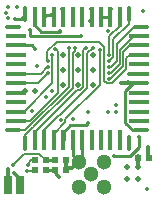
<source format=gbl>
%FSLAX25Y25*%
%MOIN*%
G70*
G01*
G75*
G04 Layer_Physical_Order=4*
G04 Layer_Color=16711680*
%ADD10R,0.02756X0.05118*%
%ADD11R,0.09370X0.06496*%
%ADD12R,0.00984X0.02756*%
%ADD13R,0.01929X0.01181*%
%ADD14R,0.02047X0.01181*%
%ADD15R,0.06299X0.03543*%
%ADD16R,0.01102X0.01969*%
%ADD17R,0.12205X0.12205*%
%ADD18R,0.00984X0.02362*%
%ADD19R,0.02362X0.00984*%
%ADD20R,0.01969X0.01969*%
%ADD21R,0.01969X0.01969*%
%ADD22R,0.10709X0.05079*%
%ADD23R,0.05787X0.04449*%
%ADD24R,0.03000X0.03000*%
%ADD25R,0.04449X0.05787*%
%ADD26R,0.03000X0.03000*%
%ADD27R,0.04331X0.03543*%
%ADD28C,0.00600*%
%ADD29C,0.01000*%
%ADD30C,0.01200*%
%ADD31C,0.00800*%
%ADD32C,0.00500*%
%ADD33C,0.02000*%
%ADD34C,0.05118*%
%ADD35C,0.01969*%
%ADD36C,0.01400*%
%ADD37O,0.01575X0.05299*%
%ADD38O,0.01575X0.06874*%
%ADD39O,0.05299X0.01575*%
%ADD40O,0.06874X0.01575*%
%ADD41O,0.10024X0.01575*%
%ADD42R,0.02953X0.05906*%
D21*
X45728Y13000D02*
D03*
X49272D02*
D03*
X11428Y12200D02*
D03*
X14972D02*
D03*
X18128D02*
D03*
X21672D02*
D03*
X21672Y9000D02*
D03*
X18128D02*
D03*
X14972D02*
D03*
X11428D02*
D03*
D28*
X43024Y50524D02*
X46063D01*
X44318Y53673D02*
X46063D01*
X44318Y56823D02*
X46850D01*
X30600Y49723D02*
Y49800D01*
X28837Y47960D02*
X30600Y49723D01*
X24700Y48745D02*
Y49700D01*
X23916Y47960D02*
X24700Y48745D01*
X4937Y37925D02*
X12225D01*
X15600Y41300D01*
X4937Y41075D02*
X13253D01*
X35900Y43300D02*
X36577D01*
X35900Y41300D02*
X36600D01*
X35900Y39300D02*
X36400D01*
X35900Y45200D02*
X36021D01*
X11327Y18937D02*
Y21627D01*
X23916Y36316D02*
Y47960D01*
X10669Y23174D02*
X10774D01*
X23916Y36316D01*
X8177Y20682D02*
X10669Y23174D01*
X8177Y18150D02*
Y20682D01*
X4150Y22177D02*
X8100D01*
X22700Y36777D01*
Y49700D01*
X18200Y49200D02*
X18900Y48500D01*
Y34600D02*
Y48500D01*
X9627Y25327D02*
X18900Y34600D01*
X4937Y25327D02*
X9627D01*
X17000Y47200D02*
X17100Y47100D01*
X13253Y41075D02*
X15479Y43300D01*
X15600D01*
X38600Y51105D02*
X44318Y56823D01*
X39700Y49055D02*
X44318Y53673D01*
X40800Y48300D02*
X43024Y50524D01*
X36000Y47300D02*
X36100D01*
X36021Y45200D02*
X37500Y46679D01*
X36577Y43300D02*
X38600Y45323D01*
Y51105D01*
X36600Y41300D02*
X39700Y44400D01*
Y49055D01*
X36400Y39300D02*
X40800Y43700D01*
Y48300D01*
X4937Y28476D02*
X7676D01*
X17100Y37900D01*
Y47100D01*
X27500Y48900D02*
X28300Y49700D01*
X19600Y27200D02*
X28837Y36437D01*
X25295Y35594D02*
X26439D01*
X27500Y36655D01*
Y48900D01*
X11327Y21627D02*
X25295Y35594D01*
X28837Y36437D02*
Y47960D01*
X14476Y22198D02*
X19479Y27200D01*
X19600D01*
X14476Y18937D02*
Y22198D01*
X36100Y47300D02*
Y53507D01*
X39673Y57080D01*
Y60063D01*
X37500Y46679D02*
Y52500D01*
X42823Y57823D01*
Y60850D01*
D29*
X11327Y57173D02*
Y60063D01*
Y57173D02*
X13400Y55100D01*
X19572D01*
X19700Y55228D01*
X27075Y12743D02*
Y18937D01*
X26066Y11734D02*
X27075Y12743D01*
X23925Y13875D02*
Y18937D01*
Y13875D02*
X26066Y11734D01*
X20776Y18937D02*
X20900Y19061D01*
X33374Y60063D02*
X36524D01*
X43923Y22177D02*
X46850D01*
X41300Y24800D02*
X43923Y22177D01*
X41300Y24800D02*
Y35190D01*
X44035Y37925D01*
X44488D01*
X28300Y23900D02*
X29100Y24700D01*
X4700Y59400D02*
X6727D01*
X8177Y60850D01*
X4937Y50524D02*
X10326D01*
X11450Y49400D01*
X14972Y12200D02*
X18128D01*
X26528Y53528D02*
X26700Y53700D01*
X10172Y53528D02*
X26528D01*
X10000Y53700D02*
X10172Y53528D01*
X9700Y54000D02*
Y55600D01*
Y54000D02*
X10000Y53700D01*
X37700Y13800D02*
X43100D01*
X46000Y16700D01*
Y19900D01*
X14972Y9000D02*
X18128D01*
Y8072D02*
Y9000D01*
Y8072D02*
X19500Y6700D01*
X20900Y19061D02*
Y21800D01*
X23000Y23900D01*
X28300D01*
X14476Y60063D02*
X15113Y60700D01*
X16800D01*
X16989D01*
X17626Y60063D01*
D30*
X49172Y13500D02*
Y16700D01*
X49200Y16728D01*
X45628Y10109D02*
Y13500D01*
Y10109D02*
X45869Y9868D01*
X21672Y9000D02*
Y12200D01*
Y12700D02*
X21672Y12700D01*
X21672Y9500D02*
X23832D01*
X26066Y11734D01*
X6368Y3900D02*
Y6032D01*
X2431Y3900D02*
Y9331D01*
X2500Y9400D01*
X4300Y8100D02*
X6368Y6032D01*
D31*
X10200Y12200D02*
X11428D01*
X12872Y14300D02*
X14972Y12200D01*
X11128Y8700D02*
X11428Y9000D01*
X9100Y11100D02*
X10200Y12200D01*
X4100Y10700D02*
X7700Y14300D01*
X12872D01*
X10428Y8800D02*
X10728Y9100D01*
X8600Y8800D02*
X10428D01*
X10728Y9100D02*
X11128Y8700D01*
X9100Y10700D02*
Y11100D01*
D32*
X15550Y45350D02*
X15600Y45300D01*
X15550Y45350D02*
Y48601D01*
X42974Y47374D02*
X46063D01*
X15550Y48601D02*
X18749Y51800D01*
X32700D01*
X34450Y50050D01*
Y38699D02*
X35299Y37850D01*
X36950D01*
X41850Y42750D01*
X34450Y38699D02*
Y50050D01*
X41850Y46250D02*
X42974Y47374D01*
X41850Y42750D02*
Y46250D01*
X33000Y37300D02*
Y49100D01*
X21550Y25850D02*
X33000Y37300D01*
X17626Y18937D02*
Y20926D01*
X21550Y24850D01*
Y25850D01*
D34*
X30200Y7600D02*
D03*
X26066Y11734D02*
D03*
X34334D02*
D03*
Y3466D02*
D03*
X26066D02*
D03*
D35*
X41932Y5931D02*
D03*
Y9868D02*
D03*
X45869Y5931D02*
D03*
Y9868D02*
D03*
X11275Y35300D02*
D03*
X8125D02*
D03*
X30621Y37379D02*
D03*
X25700D02*
D03*
X20779D02*
D03*
X30621Y42300D02*
D03*
X25700D02*
D03*
X20779D02*
D03*
X30621Y47221D02*
D03*
X25700D02*
D03*
X20779D02*
D03*
D36*
X30600Y49800D02*
D03*
X24700Y49700D02*
D03*
X22700D02*
D03*
X28300D02*
D03*
X15600Y41300D02*
D03*
X35900Y45200D02*
D03*
Y43300D02*
D03*
Y41300D02*
D03*
Y39300D02*
D03*
X17000Y47200D02*
D03*
X18200Y49200D02*
D03*
X26700Y53700D02*
D03*
X19700Y55228D02*
D03*
X30200Y62500D02*
D03*
X20400D02*
D03*
X16800Y60700D02*
D03*
X2300Y63400D02*
D03*
X4700Y59400D02*
D03*
X29100Y24700D02*
D03*
X29200Y28300D02*
D03*
X15600Y43300D02*
D03*
Y45300D02*
D03*
X33000Y49100D02*
D03*
X42400Y38300D02*
D03*
X36000Y47300D02*
D03*
X43500Y44300D02*
D03*
X29800Y58800D02*
D03*
X36600Y62600D02*
D03*
X35700Y55228D02*
D03*
X47246Y61859D02*
D03*
X42800Y20000D02*
D03*
X46000Y19900D02*
D03*
X42700Y41100D02*
D03*
X10000Y53700D02*
D03*
X9700Y55600D02*
D03*
X2300Y59500D02*
D03*
X5400Y53500D02*
D03*
X11450Y49400D02*
D03*
X12084Y43800D02*
D03*
X49200Y16728D02*
D03*
X35869Y28254D02*
D03*
X38400Y30500D02*
D03*
X38500Y28400D02*
D03*
X17100Y35400D02*
D03*
X15100Y33300D02*
D03*
X48800Y2500D02*
D03*
X2200Y56800D02*
D03*
X5400Y63400D02*
D03*
X1700Y61400D02*
D03*
X37700Y13800D02*
D03*
X10300Y28800D02*
D03*
X2500Y9400D02*
D03*
X4300Y8100D02*
D03*
X4100Y10700D02*
D03*
X8600Y8800D02*
D03*
X19500Y6700D02*
D03*
X24100Y25900D02*
D03*
X20100Y25700D02*
D03*
X9100Y10700D02*
D03*
D37*
X42823Y18150D02*
D03*
X8177D02*
D03*
Y60850D02*
D03*
X42823D02*
D03*
D38*
X39673Y18937D02*
D03*
X36524D02*
D03*
X33374D02*
D03*
X30224D02*
D03*
X27075D02*
D03*
X23925D02*
D03*
X20776D02*
D03*
X17626D02*
D03*
X14476D02*
D03*
X11327D02*
D03*
Y60063D02*
D03*
X14476D02*
D03*
X17626D02*
D03*
X20776D02*
D03*
X23925D02*
D03*
X27075D02*
D03*
X30224D02*
D03*
X33374D02*
D03*
X36524D02*
D03*
X39673D02*
D03*
D39*
X4150Y22177D02*
D03*
Y56823D02*
D03*
X46850D02*
D03*
Y22177D02*
D03*
D40*
X4937Y25327D02*
D03*
Y28476D02*
D03*
Y31626D02*
D03*
Y34776D02*
D03*
Y37925D02*
D03*
Y41075D02*
D03*
Y44224D02*
D03*
Y47374D02*
D03*
Y50524D02*
D03*
Y53673D02*
D03*
X46063D02*
D03*
Y50524D02*
D03*
Y47374D02*
D03*
Y44224D02*
D03*
Y41075D02*
D03*
Y34776D02*
D03*
Y31626D02*
D03*
Y28476D02*
D03*
Y25327D02*
D03*
D41*
X44488Y37925D02*
D03*
D42*
X2431Y3900D02*
D03*
X6368D02*
D03*
M02*

</source>
